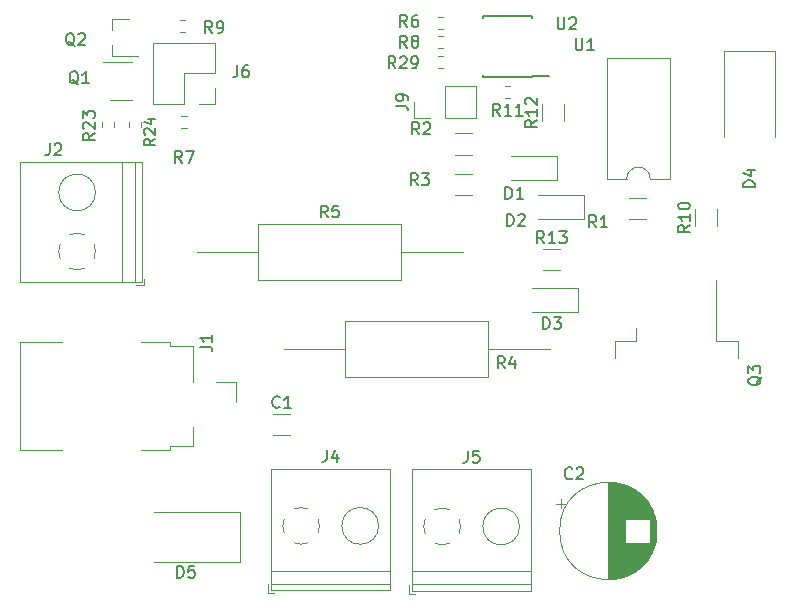
<source format=gto>
G04 #@! TF.GenerationSoftware,KiCad,Pcbnew,6.0.4-6f826c9f35~116~ubuntu20.04.1*
G04 #@! TF.CreationDate,2022-03-24T08:40:17-04:00*
G04 #@! TF.ProjectId,rpikobhat,7270696b-6f62-4686-9174-2e6b69636164,rev?*
G04 #@! TF.SameCoordinates,Original*
G04 #@! TF.FileFunction,Legend,Top*
G04 #@! TF.FilePolarity,Positive*
%FSLAX46Y46*%
G04 Gerber Fmt 4.6, Leading zero omitted, Abs format (unit mm)*
G04 Created by KiCad (PCBNEW 6.0.4-6f826c9f35~116~ubuntu20.04.1) date 2022-03-24 08:40:17*
%MOMM*%
%LPD*%
G01*
G04 APERTURE LIST*
%ADD10C,0.150000*%
%ADD11C,0.130000*%
%ADD12C,0.120000*%
G04 APERTURE END LIST*
D10*
X95083333Y-68952380D02*
X94750000Y-68476190D01*
X94511904Y-68952380D02*
X94511904Y-67952380D01*
X94892857Y-67952380D01*
X94988095Y-68000000D01*
X95035714Y-68047619D01*
X95083333Y-68142857D01*
X95083333Y-68285714D01*
X95035714Y-68380952D01*
X94988095Y-68428571D01*
X94892857Y-68476190D01*
X94511904Y-68476190D01*
X95559523Y-68952380D02*
X95750000Y-68952380D01*
X95845238Y-68904761D01*
X95892857Y-68857142D01*
X95988095Y-68714285D01*
X96035714Y-68523809D01*
X96035714Y-68142857D01*
X95988095Y-68047619D01*
X95940476Y-68000000D01*
X95845238Y-67952380D01*
X95654761Y-67952380D01*
X95559523Y-68000000D01*
X95511904Y-68047619D01*
X95464285Y-68142857D01*
X95464285Y-68380952D01*
X95511904Y-68476190D01*
X95559523Y-68523809D01*
X95654761Y-68571428D01*
X95845238Y-68571428D01*
X95940476Y-68523809D01*
X95988095Y-68476190D01*
X96035714Y-68380952D01*
X92533333Y-79954380D02*
X92200000Y-79478190D01*
X91961904Y-79954380D02*
X91961904Y-78954380D01*
X92342857Y-78954380D01*
X92438095Y-79002000D01*
X92485714Y-79049619D01*
X92533333Y-79144857D01*
X92533333Y-79287714D01*
X92485714Y-79382952D01*
X92438095Y-79430571D01*
X92342857Y-79478190D01*
X91961904Y-79478190D01*
X92866666Y-78954380D02*
X93533333Y-78954380D01*
X93104761Y-79954380D01*
X119457142Y-75952380D02*
X119123809Y-75476190D01*
X118885714Y-75952380D02*
X118885714Y-74952380D01*
X119266666Y-74952380D01*
X119361904Y-75000000D01*
X119409523Y-75047619D01*
X119457142Y-75142857D01*
X119457142Y-75285714D01*
X119409523Y-75380952D01*
X119361904Y-75428571D01*
X119266666Y-75476190D01*
X118885714Y-75476190D01*
X120409523Y-75952380D02*
X119838095Y-75952380D01*
X120123809Y-75952380D02*
X120123809Y-74952380D01*
X120028571Y-75095238D01*
X119933333Y-75190476D01*
X119838095Y-75238095D01*
X121361904Y-75952380D02*
X120790476Y-75952380D01*
X121076190Y-75952380D02*
X121076190Y-74952380D01*
X120980952Y-75095238D01*
X120885714Y-75190476D01*
X120790476Y-75238095D01*
X85129380Y-77458857D02*
X84653190Y-77792190D01*
X85129380Y-78030285D02*
X84129380Y-78030285D01*
X84129380Y-77649333D01*
X84177000Y-77554095D01*
X84224619Y-77506476D01*
X84319857Y-77458857D01*
X84462714Y-77458857D01*
X84557952Y-77506476D01*
X84605571Y-77554095D01*
X84653190Y-77649333D01*
X84653190Y-78030285D01*
X84224619Y-77077904D02*
X84177000Y-77030285D01*
X84129380Y-76935047D01*
X84129380Y-76696952D01*
X84177000Y-76601714D01*
X84224619Y-76554095D01*
X84319857Y-76506476D01*
X84415095Y-76506476D01*
X84557952Y-76554095D01*
X85129380Y-77125523D01*
X85129380Y-76506476D01*
X84129380Y-76173142D02*
X84129380Y-75554095D01*
X84510333Y-75887428D01*
X84510333Y-75744571D01*
X84557952Y-75649333D01*
X84605571Y-75601714D01*
X84700809Y-75554095D01*
X84938904Y-75554095D01*
X85034142Y-75601714D01*
X85081761Y-75649333D01*
X85129380Y-75744571D01*
X85129380Y-76030285D01*
X85081761Y-76125523D01*
X85034142Y-76173142D01*
D11*
X90226142Y-77902571D02*
X89797571Y-78202571D01*
X90226142Y-78416857D02*
X89326142Y-78416857D01*
X89326142Y-78074000D01*
X89369000Y-77988285D01*
X89411857Y-77945428D01*
X89497571Y-77902571D01*
X89626142Y-77902571D01*
X89711857Y-77945428D01*
X89754714Y-77988285D01*
X89797571Y-78074000D01*
X89797571Y-78416857D01*
X89411857Y-77559714D02*
X89369000Y-77516857D01*
X89326142Y-77431142D01*
X89326142Y-77216857D01*
X89369000Y-77131142D01*
X89411857Y-77088285D01*
X89497571Y-77045428D01*
X89583285Y-77045428D01*
X89711857Y-77088285D01*
X90226142Y-77602571D01*
X90226142Y-77045428D01*
X89626142Y-76274000D02*
X90226142Y-76274000D01*
X89283285Y-76488285D02*
X89926142Y-76702571D01*
X89926142Y-76145428D01*
D10*
X110607142Y-71952380D02*
X110273809Y-71476190D01*
X110035714Y-71952380D02*
X110035714Y-70952380D01*
X110416666Y-70952380D01*
X110511904Y-71000000D01*
X110559523Y-71047619D01*
X110607142Y-71142857D01*
X110607142Y-71285714D01*
X110559523Y-71380952D01*
X110511904Y-71428571D01*
X110416666Y-71476190D01*
X110035714Y-71476190D01*
X110988095Y-71047619D02*
X111035714Y-71000000D01*
X111130952Y-70952380D01*
X111369047Y-70952380D01*
X111464285Y-71000000D01*
X111511904Y-71047619D01*
X111559523Y-71142857D01*
X111559523Y-71238095D01*
X111511904Y-71380952D01*
X110940476Y-71952380D01*
X111559523Y-71952380D01*
X112035714Y-71952380D02*
X112226190Y-71952380D01*
X112321428Y-71904761D01*
X112369047Y-71857142D01*
X112464285Y-71714285D01*
X112511904Y-71523809D01*
X112511904Y-71142857D01*
X112464285Y-71047619D01*
X112416666Y-71000000D01*
X112321428Y-70952380D01*
X112130952Y-70952380D01*
X112035714Y-71000000D01*
X111988095Y-71047619D01*
X111940476Y-71142857D01*
X111940476Y-71380952D01*
X111988095Y-71476190D01*
X112035714Y-71523809D01*
X112130952Y-71571428D01*
X112321428Y-71571428D01*
X112416666Y-71523809D01*
X112464285Y-71476190D01*
X112511904Y-71380952D01*
X111583333Y-70202380D02*
X111250000Y-69726190D01*
X111011904Y-70202380D02*
X111011904Y-69202380D01*
X111392857Y-69202380D01*
X111488095Y-69250000D01*
X111535714Y-69297619D01*
X111583333Y-69392857D01*
X111583333Y-69535714D01*
X111535714Y-69630952D01*
X111488095Y-69678571D01*
X111392857Y-69726190D01*
X111011904Y-69726190D01*
X112154761Y-69630952D02*
X112059523Y-69583333D01*
X112011904Y-69535714D01*
X111964285Y-69440476D01*
X111964285Y-69392857D01*
X112011904Y-69297619D01*
X112059523Y-69250000D01*
X112154761Y-69202380D01*
X112345238Y-69202380D01*
X112440476Y-69250000D01*
X112488095Y-69297619D01*
X112535714Y-69392857D01*
X112535714Y-69440476D01*
X112488095Y-69535714D01*
X112440476Y-69583333D01*
X112345238Y-69630952D01*
X112154761Y-69630952D01*
X112059523Y-69678571D01*
X112011904Y-69726190D01*
X111964285Y-69821428D01*
X111964285Y-70011904D01*
X112011904Y-70107142D01*
X112059523Y-70154761D01*
X112154761Y-70202380D01*
X112345238Y-70202380D01*
X112440476Y-70154761D01*
X112488095Y-70107142D01*
X112535714Y-70011904D01*
X112535714Y-69821428D01*
X112488095Y-69726190D01*
X112440476Y-69678571D01*
X112345238Y-69630952D01*
X83431761Y-70068619D02*
X83336523Y-70021000D01*
X83241285Y-69925761D01*
X83098428Y-69782904D01*
X83003190Y-69735285D01*
X82907952Y-69735285D01*
X82955571Y-69973380D02*
X82860333Y-69925761D01*
X82765095Y-69830523D01*
X82717476Y-69640047D01*
X82717476Y-69306714D01*
X82765095Y-69116238D01*
X82860333Y-69021000D01*
X82955571Y-68973380D01*
X83146047Y-68973380D01*
X83241285Y-69021000D01*
X83336523Y-69116238D01*
X83384142Y-69306714D01*
X83384142Y-69640047D01*
X83336523Y-69830523D01*
X83241285Y-69925761D01*
X83146047Y-69973380D01*
X82955571Y-69973380D01*
X83765095Y-69068619D02*
X83812714Y-69021000D01*
X83907952Y-68973380D01*
X84146047Y-68973380D01*
X84241285Y-69021000D01*
X84288904Y-69068619D01*
X84336523Y-69163857D01*
X84336523Y-69259095D01*
X84288904Y-69401952D01*
X83717476Y-69973380D01*
X84336523Y-69973380D01*
X83754761Y-73314619D02*
X83659523Y-73267000D01*
X83564285Y-73171761D01*
X83421428Y-73028904D01*
X83326190Y-72981285D01*
X83230952Y-72981285D01*
X83278571Y-73219380D02*
X83183333Y-73171761D01*
X83088095Y-73076523D01*
X83040476Y-72886047D01*
X83040476Y-72552714D01*
X83088095Y-72362238D01*
X83183333Y-72267000D01*
X83278571Y-72219380D01*
X83469047Y-72219380D01*
X83564285Y-72267000D01*
X83659523Y-72362238D01*
X83707142Y-72552714D01*
X83707142Y-72886047D01*
X83659523Y-73076523D01*
X83564285Y-73171761D01*
X83469047Y-73219380D01*
X83278571Y-73219380D01*
X84659523Y-73219380D02*
X84088095Y-73219380D01*
X84373809Y-73219380D02*
X84373809Y-72219380D01*
X84278571Y-72362238D01*
X84183333Y-72457476D01*
X84088095Y-72505095D01*
X124333095Y-67651380D02*
X124333095Y-68460904D01*
X124380714Y-68556142D01*
X124428333Y-68603761D01*
X124523571Y-68651380D01*
X124714047Y-68651380D01*
X124809285Y-68603761D01*
X124856904Y-68556142D01*
X124904523Y-68460904D01*
X124904523Y-67651380D01*
X125333095Y-67746619D02*
X125380714Y-67699000D01*
X125475952Y-67651380D01*
X125714047Y-67651380D01*
X125809285Y-67699000D01*
X125856904Y-67746619D01*
X125904523Y-67841857D01*
X125904523Y-67937095D01*
X125856904Y-68079952D01*
X125285476Y-68651380D01*
X125904523Y-68651380D01*
X97202666Y-71715380D02*
X97202666Y-72429666D01*
X97155047Y-72572523D01*
X97059809Y-72667761D01*
X96916952Y-72715380D01*
X96821714Y-72715380D01*
X98107428Y-71715380D02*
X97916952Y-71715380D01*
X97821714Y-71763000D01*
X97774095Y-71810619D01*
X97678857Y-71953476D01*
X97631238Y-72143952D01*
X97631238Y-72524904D01*
X97678857Y-72620142D01*
X97726476Y-72667761D01*
X97821714Y-72715380D01*
X98012190Y-72715380D01*
X98107428Y-72667761D01*
X98155047Y-72620142D01*
X98202666Y-72524904D01*
X98202666Y-72286809D01*
X98155047Y-72191571D01*
X98107428Y-72143952D01*
X98012190Y-72096333D01*
X97821714Y-72096333D01*
X97726476Y-72143952D01*
X97678857Y-72191571D01*
X97631238Y-72286809D01*
X110655380Y-75136333D02*
X111369666Y-75136333D01*
X111512523Y-75183952D01*
X111607761Y-75279190D01*
X111655380Y-75422047D01*
X111655380Y-75517285D01*
X111655380Y-74612523D02*
X111655380Y-74422047D01*
X111607761Y-74326809D01*
X111560142Y-74279190D01*
X111417285Y-74183952D01*
X111226809Y-74136333D01*
X110845857Y-74136333D01*
X110750619Y-74183952D01*
X110703000Y-74231571D01*
X110655380Y-74326809D01*
X110655380Y-74517285D01*
X110703000Y-74612523D01*
X110750619Y-74660142D01*
X110845857Y-74707761D01*
X111083952Y-74707761D01*
X111179190Y-74660142D01*
X111226809Y-74612523D01*
X111274428Y-74517285D01*
X111274428Y-74326809D01*
X111226809Y-74231571D01*
X111179190Y-74183952D01*
X111083952Y-74136333D01*
X111583333Y-68452380D02*
X111250000Y-67976190D01*
X111011904Y-68452380D02*
X111011904Y-67452380D01*
X111392857Y-67452380D01*
X111488095Y-67500000D01*
X111535714Y-67547619D01*
X111583333Y-67642857D01*
X111583333Y-67785714D01*
X111535714Y-67880952D01*
X111488095Y-67928571D01*
X111392857Y-67976190D01*
X111011904Y-67976190D01*
X112440476Y-67452380D02*
X112250000Y-67452380D01*
X112154761Y-67500000D01*
X112107142Y-67547619D01*
X112011904Y-67690476D01*
X111964285Y-67880952D01*
X111964285Y-68261904D01*
X112011904Y-68357142D01*
X112059523Y-68404761D01*
X112154761Y-68452380D01*
X112345238Y-68452380D01*
X112440476Y-68404761D01*
X112488095Y-68357142D01*
X112535714Y-68261904D01*
X112535714Y-68023809D01*
X112488095Y-67928571D01*
X112440476Y-67880952D01*
X112345238Y-67833333D01*
X112154761Y-67833333D01*
X112059523Y-67880952D01*
X112011904Y-67928571D01*
X111964285Y-68023809D01*
X112482333Y-81859380D02*
X112149000Y-81383190D01*
X111910904Y-81859380D02*
X111910904Y-80859380D01*
X112291857Y-80859380D01*
X112387095Y-80907000D01*
X112434714Y-80954619D01*
X112482333Y-81049857D01*
X112482333Y-81192714D01*
X112434714Y-81287952D01*
X112387095Y-81335571D01*
X112291857Y-81383190D01*
X111910904Y-81383190D01*
X112815666Y-80859380D02*
X113434714Y-80859380D01*
X113101380Y-81240333D01*
X113244238Y-81240333D01*
X113339476Y-81287952D01*
X113387095Y-81335571D01*
X113434714Y-81430809D01*
X113434714Y-81668904D01*
X113387095Y-81764142D01*
X113339476Y-81811761D01*
X113244238Y-81859380D01*
X112958523Y-81859380D01*
X112863285Y-81811761D01*
X112815666Y-81764142D01*
X119911904Y-83002380D02*
X119911904Y-82002380D01*
X120150000Y-82002380D01*
X120292857Y-82050000D01*
X120388095Y-82145238D01*
X120435714Y-82240476D01*
X120483333Y-82430952D01*
X120483333Y-82573809D01*
X120435714Y-82764285D01*
X120388095Y-82859523D01*
X120292857Y-82954761D01*
X120150000Y-83002380D01*
X119911904Y-83002380D01*
X121435714Y-83002380D02*
X120864285Y-83002380D01*
X121150000Y-83002380D02*
X121150000Y-82002380D01*
X121054761Y-82145238D01*
X120959523Y-82240476D01*
X120864285Y-82288095D01*
X119848333Y-97353380D02*
X119515000Y-96877190D01*
X119276904Y-97353380D02*
X119276904Y-96353380D01*
X119657857Y-96353380D01*
X119753095Y-96401000D01*
X119800714Y-96448619D01*
X119848333Y-96543857D01*
X119848333Y-96686714D01*
X119800714Y-96781952D01*
X119753095Y-96829571D01*
X119657857Y-96877190D01*
X119276904Y-96877190D01*
X120705476Y-96686714D02*
X120705476Y-97353380D01*
X120467380Y-96305761D02*
X120229285Y-97020047D01*
X120848333Y-97020047D01*
X94086380Y-95528333D02*
X94800666Y-95528333D01*
X94943523Y-95575952D01*
X95038761Y-95671190D01*
X95086380Y-95814047D01*
X95086380Y-95909285D01*
X95086380Y-94528333D02*
X95086380Y-95099761D01*
X95086380Y-94814047D02*
X94086380Y-94814047D01*
X94229238Y-94909285D01*
X94324476Y-95004523D01*
X94372095Y-95099761D01*
X141582619Y-98054238D02*
X141535000Y-98149476D01*
X141439761Y-98244714D01*
X141296904Y-98387571D01*
X141249285Y-98482809D01*
X141249285Y-98578047D01*
X141487380Y-98530428D02*
X141439761Y-98625666D01*
X141344523Y-98720904D01*
X141154047Y-98768523D01*
X140820714Y-98768523D01*
X140630238Y-98720904D01*
X140535000Y-98625666D01*
X140487380Y-98530428D01*
X140487380Y-98339952D01*
X140535000Y-98244714D01*
X140630238Y-98149476D01*
X140820714Y-98101857D01*
X141154047Y-98101857D01*
X141344523Y-98149476D01*
X141439761Y-98244714D01*
X141487380Y-98339952D01*
X141487380Y-98530428D01*
X140487380Y-97768523D02*
X140487380Y-97149476D01*
X140868333Y-97482809D01*
X140868333Y-97339952D01*
X140915952Y-97244714D01*
X140963571Y-97197095D01*
X141058809Y-97149476D01*
X141296904Y-97149476D01*
X141392142Y-97197095D01*
X141439761Y-97244714D01*
X141487380Y-97339952D01*
X141487380Y-97625666D01*
X141439761Y-97720904D01*
X141392142Y-97768523D01*
X141041380Y-82018095D02*
X140041380Y-82018095D01*
X140041380Y-81780000D01*
X140089000Y-81637142D01*
X140184238Y-81541904D01*
X140279476Y-81494285D01*
X140469952Y-81446666D01*
X140612809Y-81446666D01*
X140803285Y-81494285D01*
X140898523Y-81541904D01*
X140993761Y-81637142D01*
X141041380Y-81780000D01*
X141041380Y-82018095D01*
X140374714Y-80589523D02*
X141041380Y-80589523D01*
X139993761Y-80827619D02*
X140708047Y-81065714D01*
X140708047Y-80446666D01*
X112609333Y-77541380D02*
X112276000Y-77065190D01*
X112037904Y-77541380D02*
X112037904Y-76541380D01*
X112418857Y-76541380D01*
X112514095Y-76589000D01*
X112561714Y-76636619D01*
X112609333Y-76731857D01*
X112609333Y-76874714D01*
X112561714Y-76969952D01*
X112514095Y-77017571D01*
X112418857Y-77065190D01*
X112037904Y-77065190D01*
X112990285Y-76636619D02*
X113037904Y-76589000D01*
X113133142Y-76541380D01*
X113371238Y-76541380D01*
X113466476Y-76589000D01*
X113514095Y-76636619D01*
X113561714Y-76731857D01*
X113561714Y-76827095D01*
X113514095Y-76969952D01*
X112942666Y-77541380D01*
X113561714Y-77541380D01*
X122584380Y-76334857D02*
X122108190Y-76668190D01*
X122584380Y-76906285D02*
X121584380Y-76906285D01*
X121584380Y-76525333D01*
X121632000Y-76430095D01*
X121679619Y-76382476D01*
X121774857Y-76334857D01*
X121917714Y-76334857D01*
X122012952Y-76382476D01*
X122060571Y-76430095D01*
X122108190Y-76525333D01*
X122108190Y-76906285D01*
X122584380Y-75382476D02*
X122584380Y-75953904D01*
X122584380Y-75668190D02*
X121584380Y-75668190D01*
X121727238Y-75763428D01*
X121822476Y-75858666D01*
X121870095Y-75953904D01*
X121679619Y-75001523D02*
X121632000Y-74953904D01*
X121584380Y-74858666D01*
X121584380Y-74620571D01*
X121632000Y-74525333D01*
X121679619Y-74477714D01*
X121774857Y-74430095D01*
X121870095Y-74430095D01*
X122012952Y-74477714D01*
X122584380Y-75049142D01*
X122584380Y-74430095D01*
X100798333Y-100615142D02*
X100750714Y-100662761D01*
X100607857Y-100710380D01*
X100512619Y-100710380D01*
X100369761Y-100662761D01*
X100274523Y-100567523D01*
X100226904Y-100472285D01*
X100179285Y-100281809D01*
X100179285Y-100138952D01*
X100226904Y-99948476D01*
X100274523Y-99853238D01*
X100369761Y-99758000D01*
X100512619Y-99710380D01*
X100607857Y-99710380D01*
X100750714Y-99758000D01*
X100798333Y-99805619D01*
X101750714Y-100710380D02*
X101179285Y-100710380D01*
X101465000Y-100710380D02*
X101465000Y-99710380D01*
X101369761Y-99853238D01*
X101274523Y-99948476D01*
X101179285Y-99996095D01*
X125563333Y-106656142D02*
X125515714Y-106703761D01*
X125372857Y-106751380D01*
X125277619Y-106751380D01*
X125134761Y-106703761D01*
X125039523Y-106608523D01*
X124991904Y-106513285D01*
X124944285Y-106322809D01*
X124944285Y-106179952D01*
X124991904Y-105989476D01*
X125039523Y-105894238D01*
X125134761Y-105799000D01*
X125277619Y-105751380D01*
X125372857Y-105751380D01*
X125515714Y-105799000D01*
X125563333Y-105846619D01*
X125944285Y-105846619D02*
X125991904Y-105799000D01*
X126087142Y-105751380D01*
X126325238Y-105751380D01*
X126420476Y-105799000D01*
X126468095Y-105846619D01*
X126515714Y-105941857D01*
X126515714Y-106037095D01*
X126468095Y-106179952D01*
X125896666Y-106751380D01*
X126515714Y-106751380D01*
X125857095Y-69429380D02*
X125857095Y-70238904D01*
X125904714Y-70334142D01*
X125952333Y-70381761D01*
X126047571Y-70429380D01*
X126238047Y-70429380D01*
X126333285Y-70381761D01*
X126380904Y-70334142D01*
X126428523Y-70238904D01*
X126428523Y-69429380D01*
X127428523Y-70429380D02*
X126857095Y-70429380D01*
X127142809Y-70429380D02*
X127142809Y-69429380D01*
X127047571Y-69572238D01*
X126952333Y-69667476D01*
X126857095Y-69715095D01*
X135538380Y-85224857D02*
X135062190Y-85558190D01*
X135538380Y-85796285D02*
X134538380Y-85796285D01*
X134538380Y-85415333D01*
X134586000Y-85320095D01*
X134633619Y-85272476D01*
X134728857Y-85224857D01*
X134871714Y-85224857D01*
X134966952Y-85272476D01*
X135014571Y-85320095D01*
X135062190Y-85415333D01*
X135062190Y-85796285D01*
X135538380Y-84272476D02*
X135538380Y-84843904D01*
X135538380Y-84558190D02*
X134538380Y-84558190D01*
X134681238Y-84653428D01*
X134776476Y-84748666D01*
X134824095Y-84843904D01*
X134538380Y-83653428D02*
X134538380Y-83558190D01*
X134586000Y-83462952D01*
X134633619Y-83415333D01*
X134728857Y-83367714D01*
X134919333Y-83320095D01*
X135157428Y-83320095D01*
X135347904Y-83367714D01*
X135443142Y-83415333D01*
X135490761Y-83462952D01*
X135538380Y-83558190D01*
X135538380Y-83653428D01*
X135490761Y-83748666D01*
X135443142Y-83796285D01*
X135347904Y-83843904D01*
X135157428Y-83891523D01*
X134919333Y-83891523D01*
X134728857Y-83843904D01*
X134633619Y-83796285D01*
X134586000Y-83748666D01*
X134538380Y-83653428D01*
X81327666Y-78319380D02*
X81327666Y-79033666D01*
X81280047Y-79176523D01*
X81184809Y-79271761D01*
X81041952Y-79319380D01*
X80946714Y-79319380D01*
X81756238Y-78414619D02*
X81803857Y-78367000D01*
X81899095Y-78319380D01*
X82137190Y-78319380D01*
X82232428Y-78367000D01*
X82280047Y-78414619D01*
X82327666Y-78509857D01*
X82327666Y-78605095D01*
X82280047Y-78747952D01*
X81708619Y-79319380D01*
X82327666Y-79319380D01*
X104862333Y-84585380D02*
X104529000Y-84109190D01*
X104290904Y-84585380D02*
X104290904Y-83585380D01*
X104671857Y-83585380D01*
X104767095Y-83633000D01*
X104814714Y-83680619D01*
X104862333Y-83775857D01*
X104862333Y-83918714D01*
X104814714Y-84013952D01*
X104767095Y-84061571D01*
X104671857Y-84109190D01*
X104290904Y-84109190D01*
X105767095Y-83585380D02*
X105290904Y-83585380D01*
X105243285Y-84061571D01*
X105290904Y-84013952D01*
X105386142Y-83966333D01*
X105624238Y-83966333D01*
X105719476Y-84013952D01*
X105767095Y-84061571D01*
X105814714Y-84156809D01*
X105814714Y-84394904D01*
X105767095Y-84490142D01*
X105719476Y-84537761D01*
X105624238Y-84585380D01*
X105386142Y-84585380D01*
X105290904Y-84537761D01*
X105243285Y-84490142D01*
X104782666Y-104290380D02*
X104782666Y-105004666D01*
X104735047Y-105147523D01*
X104639809Y-105242761D01*
X104496952Y-105290380D01*
X104401714Y-105290380D01*
X105687428Y-104623714D02*
X105687428Y-105290380D01*
X105449333Y-104242761D02*
X105211238Y-104957047D01*
X105830285Y-104957047D01*
X116720666Y-104336380D02*
X116720666Y-105050666D01*
X116673047Y-105193523D01*
X116577809Y-105288761D01*
X116434952Y-105336380D01*
X116339714Y-105336380D01*
X117673047Y-104336380D02*
X117196857Y-104336380D01*
X117149238Y-104812571D01*
X117196857Y-104764952D01*
X117292095Y-104717333D01*
X117530190Y-104717333D01*
X117625428Y-104764952D01*
X117673047Y-104812571D01*
X117720666Y-104907809D01*
X117720666Y-105145904D01*
X117673047Y-105241142D01*
X117625428Y-105288761D01*
X117530190Y-105336380D01*
X117292095Y-105336380D01*
X117196857Y-105288761D01*
X117149238Y-105241142D01*
X120038904Y-85288380D02*
X120038904Y-84288380D01*
X120277000Y-84288380D01*
X120419857Y-84336000D01*
X120515095Y-84431238D01*
X120562714Y-84526476D01*
X120610333Y-84716952D01*
X120610333Y-84859809D01*
X120562714Y-85050285D01*
X120515095Y-85145523D01*
X120419857Y-85240761D01*
X120277000Y-85288380D01*
X120038904Y-85288380D01*
X120991285Y-84383619D02*
X121038904Y-84336000D01*
X121134142Y-84288380D01*
X121372238Y-84288380D01*
X121467476Y-84336000D01*
X121515095Y-84383619D01*
X121562714Y-84478857D01*
X121562714Y-84574095D01*
X121515095Y-84716952D01*
X120943666Y-85288380D01*
X121562714Y-85288380D01*
X123086904Y-94019380D02*
X123086904Y-93019380D01*
X123325000Y-93019380D01*
X123467857Y-93067000D01*
X123563095Y-93162238D01*
X123610714Y-93257476D01*
X123658333Y-93447952D01*
X123658333Y-93590809D01*
X123610714Y-93781285D01*
X123563095Y-93876523D01*
X123467857Y-93971761D01*
X123325000Y-94019380D01*
X123086904Y-94019380D01*
X123991666Y-93019380D02*
X124610714Y-93019380D01*
X124277380Y-93400333D01*
X124420238Y-93400333D01*
X124515476Y-93447952D01*
X124563095Y-93495571D01*
X124610714Y-93590809D01*
X124610714Y-93828904D01*
X124563095Y-93924142D01*
X124515476Y-93971761D01*
X124420238Y-94019380D01*
X124134523Y-94019380D01*
X124039285Y-93971761D01*
X123991666Y-93924142D01*
X123182142Y-86770380D02*
X122848809Y-86294190D01*
X122610714Y-86770380D02*
X122610714Y-85770380D01*
X122991666Y-85770380D01*
X123086904Y-85818000D01*
X123134523Y-85865619D01*
X123182142Y-85960857D01*
X123182142Y-86103714D01*
X123134523Y-86198952D01*
X123086904Y-86246571D01*
X122991666Y-86294190D01*
X122610714Y-86294190D01*
X124134523Y-86770380D02*
X123563095Y-86770380D01*
X123848809Y-86770380D02*
X123848809Y-85770380D01*
X123753571Y-85913238D01*
X123658333Y-86008476D01*
X123563095Y-86056095D01*
X124467857Y-85770380D02*
X125086904Y-85770380D01*
X124753571Y-86151333D01*
X124896428Y-86151333D01*
X124991666Y-86198952D01*
X125039285Y-86246571D01*
X125086904Y-86341809D01*
X125086904Y-86579904D01*
X125039285Y-86675142D01*
X124991666Y-86722761D01*
X124896428Y-86770380D01*
X124610714Y-86770380D01*
X124515476Y-86722761D01*
X124467857Y-86675142D01*
X92098904Y-115085380D02*
X92098904Y-114085380D01*
X92337000Y-114085380D01*
X92479857Y-114133000D01*
X92575095Y-114228238D01*
X92622714Y-114323476D01*
X92670333Y-114513952D01*
X92670333Y-114656809D01*
X92622714Y-114847285D01*
X92575095Y-114942523D01*
X92479857Y-115037761D01*
X92337000Y-115085380D01*
X92098904Y-115085380D01*
X93575095Y-114085380D02*
X93098904Y-114085380D01*
X93051285Y-114561571D01*
X93098904Y-114513952D01*
X93194142Y-114466333D01*
X93432238Y-114466333D01*
X93527476Y-114513952D01*
X93575095Y-114561571D01*
X93622714Y-114656809D01*
X93622714Y-114894904D01*
X93575095Y-114990142D01*
X93527476Y-115037761D01*
X93432238Y-115085380D01*
X93194142Y-115085380D01*
X93098904Y-115037761D01*
X93051285Y-114990142D01*
X127595333Y-85415380D02*
X127262000Y-84939190D01*
X127023904Y-85415380D02*
X127023904Y-84415380D01*
X127404857Y-84415380D01*
X127500095Y-84463000D01*
X127547714Y-84510619D01*
X127595333Y-84605857D01*
X127595333Y-84748714D01*
X127547714Y-84843952D01*
X127500095Y-84891571D01*
X127404857Y-84939190D01*
X127023904Y-84939190D01*
X128547714Y-85415380D02*
X127976285Y-85415380D01*
X128262000Y-85415380D02*
X128262000Y-84415380D01*
X128166761Y-84558238D01*
X128071523Y-84653476D01*
X127976285Y-84701095D01*
D12*
X92380000Y-68910000D02*
X92820000Y-68910000D01*
X92380000Y-67890000D02*
X92820000Y-67890000D01*
X92480000Y-77010000D02*
X92920000Y-77010000D01*
X92480000Y-75990000D02*
X92920000Y-75990000D01*
X119880000Y-74510000D02*
X120320000Y-74510000D01*
X119880000Y-73490000D02*
X120320000Y-73490000D01*
X86743000Y-76488000D02*
X86743000Y-76928000D01*
X85723000Y-76488000D02*
X85723000Y-76928000D01*
X89029000Y-76488000D02*
X89029000Y-76928000D01*
X88009000Y-76488000D02*
X88009000Y-76928000D01*
X114180000Y-70890000D02*
X114620000Y-70890000D01*
X114180000Y-71910000D02*
X114620000Y-71910000D01*
X114180000Y-70210000D02*
X114620000Y-70210000D01*
X114180000Y-69190000D02*
X114620000Y-69190000D01*
X86476000Y-74635000D02*
X88276000Y-74635000D01*
X88276000Y-71415000D02*
X85826000Y-71415000D01*
X86616000Y-67762000D02*
X88076000Y-67762000D01*
X86616000Y-70922000D02*
X88776000Y-70922000D01*
X86616000Y-67762000D02*
X86616000Y-68692000D01*
X86616000Y-70922000D02*
X86616000Y-69992000D01*
D10*
X122175000Y-72675000D02*
X122175000Y-72625000D01*
X122175000Y-67525000D02*
X118025000Y-67525000D01*
X122175000Y-72625000D02*
X123575000Y-72625000D01*
X118025000Y-72675000D02*
X118025000Y-72530000D01*
X118025000Y-67525000D02*
X118025000Y-67670000D01*
X122175000Y-67525000D02*
X122175000Y-67670000D01*
X122175000Y-72675000D02*
X118025000Y-72675000D01*
D12*
X92710000Y-74990000D02*
X90110000Y-74990000D01*
X95310000Y-69790000D02*
X90110000Y-69790000D01*
X95310000Y-72390000D02*
X95310000Y-69790000D01*
X92710000Y-72390000D02*
X92710000Y-74990000D01*
X95310000Y-73660000D02*
X95310000Y-74990000D01*
X95310000Y-74990000D02*
X93980000Y-74990000D01*
X90110000Y-74990000D02*
X90110000Y-69790000D01*
X95310000Y-72390000D02*
X92710000Y-72390000D01*
X114803000Y-73473000D02*
X117403000Y-73473000D01*
X112203000Y-76133000D02*
X112203000Y-74803000D01*
X113533000Y-76133000D02*
X112203000Y-76133000D01*
X117403000Y-76133000D02*
X117403000Y-73473000D01*
X114803000Y-76133000D02*
X117403000Y-76133000D01*
X114803000Y-76133000D02*
X114803000Y-73473000D01*
X114180000Y-68610000D02*
X114620000Y-68610000D01*
X114180000Y-67590000D02*
X114620000Y-67590000D01*
X115604936Y-80878000D02*
X117059064Y-80878000D01*
X115604936Y-82698000D02*
X117059064Y-82698000D01*
X124297000Y-81391000D02*
X120397000Y-81391000D01*
X124297000Y-81391000D02*
X124297000Y-79391000D01*
X124297000Y-79391000D02*
X120397000Y-79391000D01*
X106325000Y-93388000D02*
X106325000Y-98128000D01*
X118465000Y-93388000D02*
X106325000Y-93388000D01*
X123655000Y-95758000D02*
X118465000Y-95758000D01*
X101135000Y-95758000D02*
X106325000Y-95758000D01*
X118465000Y-98128000D02*
X118465000Y-93388000D01*
X106325000Y-98128000D02*
X118465000Y-98128000D01*
X91484000Y-95095000D02*
X91484000Y-95495000D01*
X78784000Y-95095000D02*
X82334000Y-95095000D01*
X91484000Y-95495000D02*
X93484000Y-95495000D01*
X93484000Y-103895000D02*
X91484000Y-103895000D01*
X93484000Y-95495000D02*
X93484000Y-98495000D01*
X97124000Y-98505000D02*
X97124000Y-100245000D01*
X91484000Y-104295000D02*
X89034000Y-104295000D01*
X78784000Y-104295000D02*
X78784000Y-95095000D01*
X91484000Y-103895000D02*
X91484000Y-104295000D01*
X82334000Y-104295000D02*
X78784000Y-104295000D01*
X89034000Y-95095000D02*
X91484000Y-95095000D01*
X93484000Y-102295000D02*
X93484000Y-103895000D01*
X95384000Y-98505000D02*
X97124000Y-98505000D01*
X137775000Y-95009000D02*
X137775000Y-89884000D01*
X139585000Y-95009000D02*
X137775000Y-95009000D01*
X130995000Y-95009000D02*
X130995000Y-93909000D01*
X129185000Y-96509000D02*
X129185000Y-95009000D01*
X139585000Y-96509000D02*
X139585000Y-95009000D01*
X129185000Y-95009000D02*
X130995000Y-95009000D01*
X142739000Y-70457000D02*
X138439000Y-70457000D01*
X138439000Y-70457000D02*
X138439000Y-77757000D01*
X142739000Y-70457000D02*
X142739000Y-77757000D01*
X117059064Y-79269000D02*
X115604936Y-79269000D01*
X117059064Y-77449000D02*
X115604936Y-77449000D01*
X124862000Y-76419064D02*
X124862000Y-74964936D01*
X123042000Y-76419064D02*
X123042000Y-74964936D01*
X100253748Y-101198000D02*
X101676252Y-101198000D01*
X100253748Y-103018000D02*
X101676252Y-103018000D01*
X129742349Y-107200000D02*
X129742349Y-115050000D01*
X131102349Y-112165000D02*
X131102349Y-114375000D01*
X129502349Y-107140000D02*
X129502349Y-115110000D01*
X130262349Y-112165000D02*
X130262349Y-114865000D01*
X129301349Y-107101000D02*
X129301349Y-115149000D01*
X131982349Y-108780000D02*
X131982349Y-110085000D01*
X132142349Y-112165000D02*
X132142349Y-113227000D01*
X131582349Y-108299000D02*
X131582349Y-110085000D01*
X129261349Y-107095000D02*
X129261349Y-115155000D01*
X131542349Y-112165000D02*
X131542349Y-113992000D01*
X128861349Y-107051000D02*
X128861349Y-115199000D01*
X132142349Y-109023000D02*
X132142349Y-110085000D01*
X130022349Y-107290000D02*
X130022349Y-114960000D01*
X130262349Y-107385000D02*
X130262349Y-110085000D01*
X130742349Y-107632000D02*
X130742349Y-110085000D01*
X132662349Y-110357000D02*
X132662349Y-111893000D01*
X130182349Y-112165000D02*
X130182349Y-114899000D01*
X131942349Y-112165000D02*
X131942349Y-113525000D01*
X130902349Y-112165000D02*
X130902349Y-114517000D01*
X132462349Y-109672000D02*
X132462349Y-112578000D01*
X132102349Y-108959000D02*
X132102349Y-110085000D01*
X130342349Y-112165000D02*
X130342349Y-114829000D01*
X132022349Y-108838000D02*
X132022349Y-110085000D01*
X129902349Y-107248000D02*
X129902349Y-115002000D01*
X131062349Y-112165000D02*
X131062349Y-114405000D01*
X130182349Y-107351000D02*
X130182349Y-110085000D01*
X131462349Y-108180000D02*
X131462349Y-110085000D01*
X131742349Y-108474000D02*
X131742349Y-110085000D01*
X131422349Y-108142000D02*
X131422349Y-110085000D01*
X131622349Y-112165000D02*
X131622349Y-113909000D01*
X130462349Y-112165000D02*
X130462349Y-114772000D01*
X131862349Y-108620000D02*
X131862349Y-110085000D01*
X131062349Y-107845000D02*
X131062349Y-110085000D01*
X130222349Y-107368000D02*
X130222349Y-110085000D01*
X132062349Y-108897000D02*
X132062349Y-110085000D01*
X131702349Y-108428000D02*
X131702349Y-110085000D01*
X130302349Y-112165000D02*
X130302349Y-114847000D01*
X129422349Y-107123000D02*
X129422349Y-115127000D01*
X129101349Y-107073000D02*
X129101349Y-115177000D01*
X131662349Y-108384000D02*
X131662349Y-110085000D01*
X129021349Y-107064000D02*
X129021349Y-115186000D01*
X130102349Y-107320000D02*
X130102349Y-110085000D01*
X128661349Y-107045000D02*
X128661349Y-115205000D01*
X131822349Y-112165000D02*
X131822349Y-113681000D01*
X129702349Y-107189000D02*
X129702349Y-115061000D01*
X132062349Y-112165000D02*
X132062349Y-113353000D01*
X130302349Y-107403000D02*
X130302349Y-110085000D01*
X129221349Y-107088000D02*
X129221349Y-115162000D01*
X130422349Y-107459000D02*
X130422349Y-110085000D01*
X131022349Y-107816000D02*
X131022349Y-110085000D01*
X128981349Y-107060000D02*
X128981349Y-115190000D01*
X128901349Y-107054000D02*
X128901349Y-115196000D01*
X131342349Y-112165000D02*
X131342349Y-114180000D01*
X130782349Y-107656000D02*
X130782349Y-110085000D01*
X131222349Y-107969000D02*
X131222349Y-110085000D01*
X132022349Y-112165000D02*
X132022349Y-113412000D01*
X129622349Y-107168000D02*
X129622349Y-115082000D01*
X131022349Y-112165000D02*
X131022349Y-114434000D01*
X129542349Y-107149000D02*
X129542349Y-115101000D01*
X131782349Y-112165000D02*
X131782349Y-113729000D01*
X131982349Y-112165000D02*
X131982349Y-113470000D01*
X131542349Y-108258000D02*
X131542349Y-110085000D01*
X132302349Y-109312000D02*
X132302349Y-112938000D01*
X132422349Y-109573000D02*
X132422349Y-112677000D01*
X130382349Y-112165000D02*
X130382349Y-114811000D01*
X131862349Y-112165000D02*
X131862349Y-113630000D01*
X131462349Y-112165000D02*
X131462349Y-114070000D01*
X132262349Y-109235000D02*
X132262349Y-113015000D01*
X130702349Y-112165000D02*
X130702349Y-114642000D01*
X131262349Y-112165000D02*
X131262349Y-114249000D01*
X130902349Y-107733000D02*
X130902349Y-110085000D01*
X130622349Y-112165000D02*
X130622349Y-114687000D01*
X129862349Y-107236000D02*
X129862349Y-115014000D01*
X130542349Y-107519000D02*
X130542349Y-110085000D01*
X131942349Y-108725000D02*
X131942349Y-110085000D01*
X129462349Y-107131000D02*
X129462349Y-115119000D01*
X130822349Y-107681000D02*
X130822349Y-110085000D01*
X131702349Y-112165000D02*
X131702349Y-113822000D01*
X130142349Y-107335000D02*
X130142349Y-110085000D01*
X129382349Y-107115000D02*
X129382349Y-115135000D01*
X131142349Y-112165000D02*
X131142349Y-114345000D01*
X132102349Y-112165000D02*
X132102349Y-113291000D01*
X129982349Y-107275000D02*
X129982349Y-114975000D01*
X130982349Y-107787000D02*
X130982349Y-110085000D01*
X131662349Y-112165000D02*
X131662349Y-113866000D01*
X130942349Y-107760000D02*
X130942349Y-110085000D01*
X128941349Y-107057000D02*
X128941349Y-115193000D01*
X131302349Y-108035000D02*
X131302349Y-110085000D01*
X129181349Y-107083000D02*
X129181349Y-115167000D01*
X131302349Y-112165000D02*
X131302349Y-114215000D01*
X130862349Y-112165000D02*
X130862349Y-114543000D01*
X124211651Y-108810000D02*
X125011651Y-108810000D01*
X130542349Y-112165000D02*
X130542349Y-114731000D01*
X132222349Y-109161000D02*
X132222349Y-113089000D01*
X130462349Y-107478000D02*
X130462349Y-110085000D01*
X132582349Y-110027000D02*
X132582349Y-112223000D01*
X131502349Y-108218000D02*
X131502349Y-110085000D01*
X129662349Y-107178000D02*
X129662349Y-115072000D01*
X131102349Y-107875000D02*
X131102349Y-110085000D01*
X130222349Y-112165000D02*
X130222349Y-114882000D01*
X129942349Y-107262000D02*
X129942349Y-114988000D01*
X131142349Y-107905000D02*
X131142349Y-110085000D01*
X129822349Y-107223000D02*
X129822349Y-115027000D01*
X130582349Y-112165000D02*
X130582349Y-114709000D01*
X131342349Y-108070000D02*
X131342349Y-110085000D01*
X131222349Y-112165000D02*
X131222349Y-114281000D01*
X131902349Y-108671000D02*
X131902349Y-110085000D01*
X131742349Y-112165000D02*
X131742349Y-113776000D01*
X131422349Y-112165000D02*
X131422349Y-114108000D01*
X131782349Y-108521000D02*
X131782349Y-110085000D01*
X128701349Y-107045000D02*
X128701349Y-115205000D01*
X130582349Y-107541000D02*
X130582349Y-110085000D01*
X130062349Y-107304000D02*
X130062349Y-114946000D01*
X131622349Y-108341000D02*
X131622349Y-110085000D01*
X130742349Y-112165000D02*
X130742349Y-114618000D01*
X131502349Y-112165000D02*
X131502349Y-114032000D01*
X129141349Y-107077000D02*
X129141349Y-115173000D01*
X128821349Y-107049000D02*
X128821349Y-115201000D01*
X129582349Y-107158000D02*
X129582349Y-115092000D01*
X130862349Y-107707000D02*
X130862349Y-110085000D01*
X130382349Y-107439000D02*
X130382349Y-110085000D01*
X130982349Y-112165000D02*
X130982349Y-114463000D01*
X131262349Y-108001000D02*
X131262349Y-110085000D01*
X131582349Y-112165000D02*
X131582349Y-113951000D01*
X131382349Y-108106000D02*
X131382349Y-110085000D01*
X131182349Y-112165000D02*
X131182349Y-114314000D01*
X130662349Y-107585000D02*
X130662349Y-110085000D01*
X132542349Y-109896000D02*
X132542349Y-112354000D01*
X128621349Y-107045000D02*
X128621349Y-115205000D01*
X132382349Y-109480000D02*
X132382349Y-112770000D01*
X130502349Y-112165000D02*
X130502349Y-114752000D01*
X130422349Y-112165000D02*
X130422349Y-114791000D01*
X128741349Y-107046000D02*
X128741349Y-115204000D01*
X131902349Y-112165000D02*
X131902349Y-113579000D01*
X130342349Y-107421000D02*
X130342349Y-110085000D01*
X132502349Y-109779000D02*
X132502349Y-112471000D01*
X131822349Y-108569000D02*
X131822349Y-110085000D01*
X129061349Y-107068000D02*
X129061349Y-115182000D01*
X130142349Y-112165000D02*
X130142349Y-114915000D01*
X124611651Y-108410000D02*
X124611651Y-109210000D01*
X132622349Y-110177000D02*
X132622349Y-112073000D01*
X132702349Y-110592000D02*
X132702349Y-111658000D01*
X130102349Y-112165000D02*
X130102349Y-114930000D01*
X130502349Y-107498000D02*
X130502349Y-110085000D01*
X129342349Y-107108000D02*
X129342349Y-115142000D01*
X128781349Y-107048000D02*
X128781349Y-115202000D01*
X130662349Y-112165000D02*
X130662349Y-114665000D01*
X132342349Y-109394000D02*
X132342349Y-112856000D01*
X130822349Y-112165000D02*
X130822349Y-114569000D01*
X130942349Y-112165000D02*
X130942349Y-114490000D01*
X130782349Y-112165000D02*
X130782349Y-114594000D01*
X130622349Y-107563000D02*
X130622349Y-110085000D01*
X131382349Y-112165000D02*
X131382349Y-114144000D01*
X131182349Y-107936000D02*
X131182349Y-110085000D01*
X130702349Y-107608000D02*
X130702349Y-110085000D01*
X132182349Y-109091000D02*
X132182349Y-113159000D01*
X129782349Y-107211000D02*
X129782349Y-115039000D01*
X132741349Y-111125000D02*
G75*
G03*
X132741349Y-111125000I-4120000J0D01*
G01*
X133831000Y-71050000D02*
X128531000Y-71050000D01*
X133831000Y-81330000D02*
X133831000Y-71050000D01*
X128531000Y-81330000D02*
X130181000Y-81330000D01*
X132181000Y-81330000D02*
X133831000Y-81330000D01*
X128531000Y-71050000D02*
X128531000Y-81330000D01*
X132181000Y-81330000D02*
G75*
G03*
X130181000Y-81330000I-1000000J0D01*
G01*
X137816000Y-85309064D02*
X137816000Y-83854936D01*
X135996000Y-85309064D02*
X135996000Y-83854936D01*
X89107000Y-90023000D02*
X89107000Y-79903000D01*
X78787000Y-79903000D02*
X89107000Y-79903000D01*
X88547000Y-90023000D02*
X88547000Y-79903000D01*
X78787000Y-90023000D02*
X89107000Y-90023000D01*
X78787000Y-90023000D02*
X78787000Y-79903000D01*
X87447000Y-90023000D02*
X87447000Y-79903000D01*
X88607000Y-90263000D02*
X89347000Y-90263000D01*
X89347000Y-90263000D02*
X89347000Y-89763000D01*
X85202000Y-87463000D02*
G75*
G03*
X85078385Y-86855413I-1555000J0D01*
G01*
X82215000Y-86855000D02*
G75*
G03*
X82214891Y-88070742I1432000J-608000D01*
G01*
X84255000Y-86031000D02*
G75*
G03*
X83039258Y-86030891I-607999J-1432003D01*
G01*
X83039000Y-88895000D02*
G75*
G03*
X84254742Y-88895109I608000J1432000D01*
G01*
X85079000Y-88071000D02*
G75*
G03*
X85202493Y-87435989I-1431988J607998D01*
G01*
X85202000Y-82463000D02*
G75*
G03*
X85202000Y-82463000I-1555000J0D01*
G01*
X93769000Y-87503000D02*
X98959000Y-87503000D01*
X111099000Y-85133000D02*
X98959000Y-85133000D01*
X111099000Y-89873000D02*
X111099000Y-85133000D01*
X116289000Y-87503000D02*
X111099000Y-87503000D01*
X98959000Y-89873000D02*
X111099000Y-89873000D01*
X98959000Y-85133000D02*
X98959000Y-89873000D01*
X100056000Y-116158000D02*
X110176000Y-116158000D01*
X100056000Y-105838000D02*
X110176000Y-105838000D01*
X99816000Y-116398000D02*
X100316000Y-116398000D01*
X100056000Y-115598000D02*
X110176000Y-115598000D01*
X99816000Y-115658000D02*
X99816000Y-116398000D01*
X100056000Y-114498000D02*
X110176000Y-114498000D01*
X100056000Y-105838000D02*
X100056000Y-116158000D01*
X110176000Y-105838000D02*
X110176000Y-116158000D01*
X102008000Y-112130000D02*
G75*
G03*
X102643011Y-112253493I607998J1431988D01*
G01*
X102616000Y-112253000D02*
G75*
G03*
X103223587Y-112129385I0J1555000D01*
G01*
X104048000Y-111306000D02*
G75*
G03*
X104048109Y-110090258I-1432003J607999D01*
G01*
X101184000Y-110090000D02*
G75*
G03*
X101183891Y-111305742I1432000J-608000D01*
G01*
X103224000Y-109266000D02*
G75*
G03*
X102008258Y-109265891I-608000J-1432000D01*
G01*
X109171000Y-110698000D02*
G75*
G03*
X109171000Y-110698000I-1555000J0D01*
G01*
X111994000Y-105884000D02*
X111994000Y-116204000D01*
X111994000Y-116204000D02*
X122114000Y-116204000D01*
X111994000Y-105884000D02*
X122114000Y-105884000D01*
X111994000Y-114544000D02*
X122114000Y-114544000D01*
X111754000Y-115704000D02*
X111754000Y-116444000D01*
X111754000Y-116444000D02*
X112254000Y-116444000D01*
X111994000Y-115644000D02*
X122114000Y-115644000D01*
X122114000Y-105884000D02*
X122114000Y-116204000D01*
X113122000Y-110136000D02*
G75*
G03*
X113121891Y-111351742I1432000J-608000D01*
G01*
X113946000Y-112176000D02*
G75*
G03*
X114581011Y-112299493I607998J1431988D01*
G01*
X115162000Y-109312000D02*
G75*
G03*
X113946258Y-109311891I-608000J-1432000D01*
G01*
X114554000Y-112299000D02*
G75*
G03*
X115161587Y-112175385I0J1555000D01*
G01*
X115986000Y-111352000D02*
G75*
G03*
X115986109Y-110136258I-1432003J607999D01*
G01*
X121109000Y-110744000D02*
G75*
G03*
X121109000Y-110744000I-1555000J0D01*
G01*
X126583000Y-84693000D02*
X126583000Y-82693000D01*
X126583000Y-84693000D02*
X122683000Y-84693000D01*
X126583000Y-82693000D02*
X122683000Y-82693000D01*
X126075000Y-90567000D02*
X122175000Y-90567000D01*
X126075000Y-92567000D02*
X122175000Y-92567000D01*
X126075000Y-92567000D02*
X126075000Y-90567000D01*
X123097936Y-87228000D02*
X124552064Y-87228000D01*
X123097936Y-89048000D02*
X124552064Y-89048000D01*
X97437000Y-113783000D02*
X97437000Y-109483000D01*
X97437000Y-109483000D02*
X90137000Y-109483000D01*
X97437000Y-113783000D02*
X90137000Y-113783000D01*
X130336936Y-82910000D02*
X131791064Y-82910000D01*
X130336936Y-84730000D02*
X131791064Y-84730000D01*
M02*

</source>
